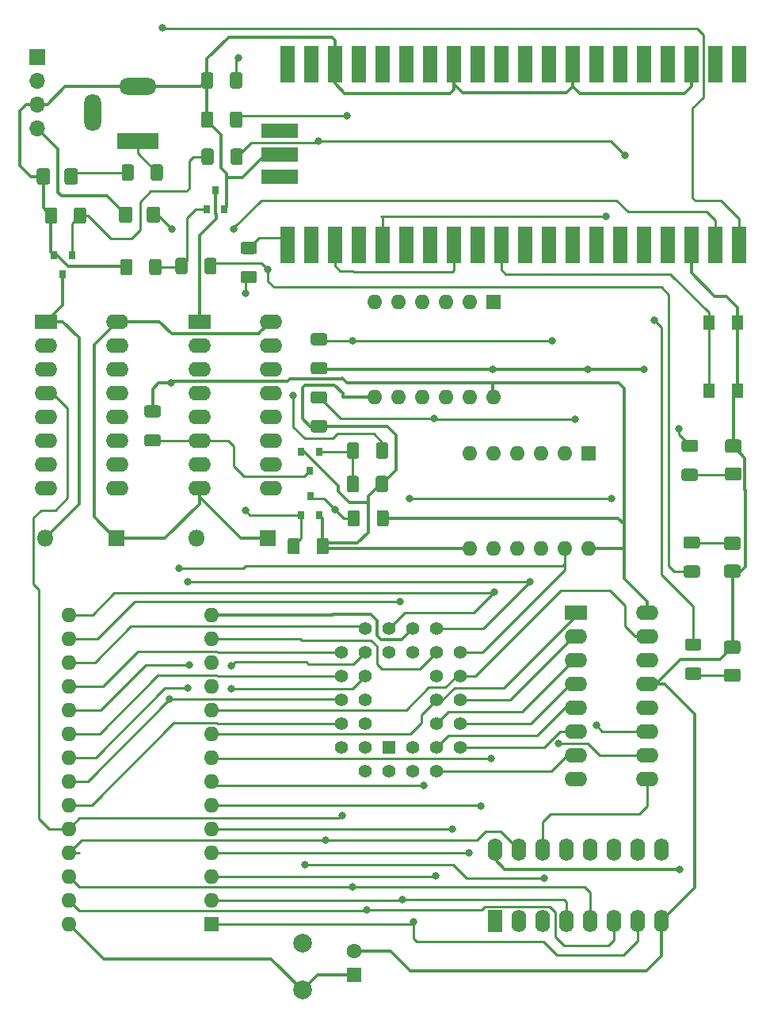
<source format=gbr>
%TF.GenerationSoftware,KiCad,Pcbnew,5.1.12-84ad8e8a86~92~ubuntu18.04.1*%
%TF.CreationDate,2023-06-26T22:09:47+02:00*%
%TF.ProjectId,PROGRAMMER-GLS27SF512,50524f47-5241-44d4-9d45-522d474c5332,1*%
%TF.SameCoordinates,Original*%
%TF.FileFunction,Copper,L1,Top*%
%TF.FilePolarity,Positive*%
%FSLAX46Y46*%
G04 Gerber Fmt 4.6, Leading zero omitted, Abs format (unit mm)*
G04 Created by KiCad (PCBNEW 5.1.12-84ad8e8a86~92~ubuntu18.04.1) date 2023-06-26 22:09:47*
%MOMM*%
%LPD*%
G01*
G04 APERTURE LIST*
%TA.AperFunction,ComponentPad*%
%ADD10O,1.600000X1.600000*%
%TD*%
%TA.AperFunction,ComponentPad*%
%ADD11R,1.600000X1.600000*%
%TD*%
%TA.AperFunction,SMDPad,CuDef*%
%ADD12R,0.800000X0.900000*%
%TD*%
%TA.AperFunction,ComponentPad*%
%ADD13C,2.000000*%
%TD*%
%TA.AperFunction,ComponentPad*%
%ADD14C,1.600000*%
%TD*%
%TA.AperFunction,ComponentPad*%
%ADD15C,1.422400*%
%TD*%
%TA.AperFunction,ComponentPad*%
%ADD16R,1.422400X1.422400*%
%TD*%
%TA.AperFunction,ComponentPad*%
%ADD17R,1.800000X1.800000*%
%TD*%
%TA.AperFunction,ComponentPad*%
%ADD18O,1.800000X1.800000*%
%TD*%
%TA.AperFunction,ComponentPad*%
%ADD19O,1.800000X4.000000*%
%TD*%
%TA.AperFunction,ComponentPad*%
%ADD20O,4.000000X1.800000*%
%TD*%
%TA.AperFunction,ComponentPad*%
%ADD21R,4.400000X1.800000*%
%TD*%
%TA.AperFunction,ComponentPad*%
%ADD22R,1.700000X1.700000*%
%TD*%
%TA.AperFunction,ComponentPad*%
%ADD23O,1.700000X1.700000*%
%TD*%
%TA.AperFunction,ComponentPad*%
%ADD24R,2.400000X1.600000*%
%TD*%
%TA.AperFunction,ComponentPad*%
%ADD25O,2.400000X1.600000*%
%TD*%
%TA.AperFunction,SMDPad,CuDef*%
%ADD26R,1.300000X1.550000*%
%TD*%
%TA.AperFunction,ComponentPad*%
%ADD27R,1.524000X3.990000*%
%TD*%
%TA.AperFunction,ComponentPad*%
%ADD28R,3.990000X1.524000*%
%TD*%
%TA.AperFunction,ComponentPad*%
%ADD29O,1.600000X2.400000*%
%TD*%
%TA.AperFunction,ComponentPad*%
%ADD30R,1.600000X2.400000*%
%TD*%
%TA.AperFunction,ViaPad*%
%ADD31C,0.800000*%
%TD*%
%TA.AperFunction,Conductor*%
%ADD32C,0.250000*%
%TD*%
%TA.AperFunction,Conductor*%
%ADD33C,0.350000*%
%TD*%
G04 APERTURE END LIST*
D10*
%TO.P,U108,10*%
%TO.N,/dd2*%
X120472200Y-111963200D03*
%TO.P,U108,9*%
%TO.N,/dd3*%
X117932200Y-111963200D03*
%TO.P,U108,8*%
%TO.N,/dd4*%
X115392200Y-111963200D03*
%TO.P,U108,7*%
%TO.N,GND*%
X112852200Y-111963200D03*
%TO.P,U108,6*%
X112852200Y-101803200D03*
%TO.P,U108,5*%
%TO.N,/d4*%
X115392200Y-101803200D03*
%TO.P,U108,4*%
%TO.N,/d3*%
X117932200Y-101803200D03*
%TO.P,U108,3*%
%TO.N,/d2*%
X120472200Y-101803200D03*
%TO.P,U108,12*%
%TO.N,+5V*%
X125552200Y-111963200D03*
%TO.P,U108,2*%
%TO.N,/d1*%
X123012200Y-101803200D03*
%TO.P,U108,11*%
%TO.N,/dd1*%
X123012200Y-111963200D03*
D11*
%TO.P,U108,1*%
%TO.N,+3V3*%
X125552200Y-101803200D03*
%TD*%
D10*
%TO.P,U104,10*%
%TO.N,/dd6*%
X110312200Y-95808800D03*
%TO.P,U104,9*%
%TO.N,/dd7*%
X107772200Y-95808800D03*
%TO.P,U104,8*%
%TO.N,/dd8*%
X105232200Y-95808800D03*
%TO.P,U104,7*%
%TO.N,GND*%
X102692200Y-95808800D03*
%TO.P,U104,6*%
X102692200Y-85648800D03*
%TO.P,U104,5*%
%TO.N,/d8*%
X105232200Y-85648800D03*
%TO.P,U104,4*%
%TO.N,/d7*%
X107772200Y-85648800D03*
%TO.P,U104,3*%
%TO.N,/d6*%
X110312200Y-85648800D03*
%TO.P,U104,12*%
%TO.N,+5V*%
X115392200Y-95808800D03*
%TO.P,U104,2*%
%TO.N,/d5*%
X112852200Y-85648800D03*
%TO.P,U104,11*%
%TO.N,/dd5*%
X112852200Y-95808800D03*
D11*
%TO.P,U104,1*%
%TO.N,+3V3*%
X115392200Y-85648800D03*
%TD*%
%TO.P,R118,2*%
%TO.N,_oe_rom*%
%TA.AperFunction,SMDPad,CuDef*%
G36*
G01*
X78343599Y-99756800D02*
X79593601Y-99756800D01*
G75*
G02*
X79843600Y-100006799I0J-249999D01*
G01*
X79843600Y-100806801D01*
G75*
G02*
X79593601Y-101056800I-249999J0D01*
G01*
X78343599Y-101056800D01*
G75*
G02*
X78093600Y-100806801I0J249999D01*
G01*
X78093600Y-100006799D01*
G75*
G02*
X78343599Y-99756800I249999J0D01*
G01*
G37*
%TD.AperFunction*%
%TO.P,R118,1*%
%TO.N,+5V*%
%TA.AperFunction,SMDPad,CuDef*%
G36*
G01*
X78343599Y-96656800D02*
X79593601Y-96656800D01*
G75*
G02*
X79843600Y-96906799I0J-249999D01*
G01*
X79843600Y-97706801D01*
G75*
G02*
X79593601Y-97956800I-249999J0D01*
G01*
X78343599Y-97956800D01*
G75*
G02*
X78093600Y-97706801I0J249999D01*
G01*
X78093600Y-96906799D01*
G75*
G02*
X78343599Y-96656800I249999J0D01*
G01*
G37*
%TD.AperFunction*%
%TD*%
%TO.P,R117,2*%
%TO.N,Net-(Q104-Pad1)*%
%TA.AperFunction,SMDPad,CuDef*%
G36*
G01*
X101029600Y-104454799D02*
X101029600Y-105704801D01*
G75*
G02*
X100779601Y-105954800I-249999J0D01*
G01*
X99979599Y-105954800D01*
G75*
G02*
X99729600Y-105704801I0J249999D01*
G01*
X99729600Y-104454799D01*
G75*
G02*
X99979599Y-104204800I249999J0D01*
G01*
X100779601Y-104204800D01*
G75*
G02*
X101029600Y-104454799I0J-249999D01*
G01*
G37*
%TD.AperFunction*%
%TO.P,R117,1*%
%TO.N,GND*%
%TA.AperFunction,SMDPad,CuDef*%
G36*
G01*
X104129600Y-104454799D02*
X104129600Y-105704801D01*
G75*
G02*
X103879601Y-105954800I-249999J0D01*
G01*
X103079599Y-105954800D01*
G75*
G02*
X102829600Y-105704801I0J249999D01*
G01*
X102829600Y-104454799D01*
G75*
G02*
X103079599Y-104204800I249999J0D01*
G01*
X103879601Y-104204800D01*
G75*
G02*
X104129600Y-104454799I0J-249999D01*
G01*
G37*
%TD.AperFunction*%
%TD*%
%TO.P,R116,2*%
%TO.N,_ce_rom*%
%TA.AperFunction,SMDPad,CuDef*%
G36*
G01*
X101131200Y-108112399D02*
X101131200Y-109362401D01*
G75*
G02*
X100881201Y-109612400I-249999J0D01*
G01*
X100081199Y-109612400D01*
G75*
G02*
X99831200Y-109362401I0J249999D01*
G01*
X99831200Y-108112399D01*
G75*
G02*
X100081199Y-107862400I249999J0D01*
G01*
X100881201Y-107862400D01*
G75*
G02*
X101131200Y-108112399I0J-249999D01*
G01*
G37*
%TD.AperFunction*%
%TO.P,R116,1*%
%TO.N,+5V*%
%TA.AperFunction,SMDPad,CuDef*%
G36*
G01*
X104231200Y-108112399D02*
X104231200Y-109362401D01*
G75*
G02*
X103981201Y-109612400I-249999J0D01*
G01*
X103181199Y-109612400D01*
G75*
G02*
X102931200Y-109362401I0J249999D01*
G01*
X102931200Y-108112399D01*
G75*
G02*
X103181199Y-107862400I249999J0D01*
G01*
X103981201Y-107862400D01*
G75*
G02*
X104231200Y-108112399I0J-249999D01*
G01*
G37*
%TD.AperFunction*%
%TD*%
%TO.P,R115,2*%
%TO.N,Net-(Q103-Pad1)*%
%TA.AperFunction,SMDPad,CuDef*%
G36*
G01*
X94705000Y-111084199D02*
X94705000Y-112334201D01*
G75*
G02*
X94455001Y-112584200I-249999J0D01*
G01*
X93654999Y-112584200D01*
G75*
G02*
X93405000Y-112334201I0J249999D01*
G01*
X93405000Y-111084199D01*
G75*
G02*
X93654999Y-110834200I249999J0D01*
G01*
X94455001Y-110834200D01*
G75*
G02*
X94705000Y-111084199I0J-249999D01*
G01*
G37*
%TD.AperFunction*%
%TO.P,R115,1*%
%TO.N,GND*%
%TA.AperFunction,SMDPad,CuDef*%
G36*
G01*
X97805000Y-111084199D02*
X97805000Y-112334201D01*
G75*
G02*
X97555001Y-112584200I-249999J0D01*
G01*
X96754999Y-112584200D01*
G75*
G02*
X96505000Y-112334201I0J249999D01*
G01*
X96505000Y-111084199D01*
G75*
G02*
X96754999Y-110834200I249999J0D01*
G01*
X97555001Y-110834200D01*
G75*
G02*
X97805000Y-111084199I0J-249999D01*
G01*
G37*
%TD.AperFunction*%
%TD*%
%TO.P,R114,2*%
%TO.N,Net-(R114-Pad2)*%
%TA.AperFunction,SMDPad,CuDef*%
G36*
G01*
X102855000Y-102123401D02*
X102855000Y-100873399D01*
G75*
G02*
X103104999Y-100623400I249999J0D01*
G01*
X103905001Y-100623400D01*
G75*
G02*
X104155000Y-100873399I0J-249999D01*
G01*
X104155000Y-102123401D01*
G75*
G02*
X103905001Y-102373400I-249999J0D01*
G01*
X103104999Y-102373400D01*
G75*
G02*
X102855000Y-102123401I0J249999D01*
G01*
G37*
%TD.AperFunction*%
%TO.P,R114,1*%
%TO.N,Net-(Q104-Pad1)*%
%TA.AperFunction,SMDPad,CuDef*%
G36*
G01*
X99755000Y-102123401D02*
X99755000Y-100873399D01*
G75*
G02*
X100004999Y-100623400I249999J0D01*
G01*
X100805001Y-100623400D01*
G75*
G02*
X101055000Y-100873399I0J-249999D01*
G01*
X101055000Y-102123401D01*
G75*
G02*
X100805001Y-102373400I-249999J0D01*
G01*
X100004999Y-102373400D01*
G75*
G02*
X99755000Y-102123401I0J249999D01*
G01*
G37*
%TD.AperFunction*%
%TD*%
%TO.P,R113,2*%
%TO.N,Net-(R113-Pad2)*%
%TA.AperFunction,SMDPad,CuDef*%
G36*
G01*
X89880601Y-80507600D02*
X88630599Y-80507600D01*
G75*
G02*
X88380600Y-80257601I0J249999D01*
G01*
X88380600Y-79457599D01*
G75*
G02*
X88630599Y-79207600I249999J0D01*
G01*
X89880601Y-79207600D01*
G75*
G02*
X90130600Y-79457599I0J-249999D01*
G01*
X90130600Y-80257601D01*
G75*
G02*
X89880601Y-80507600I-249999J0D01*
G01*
G37*
%TD.AperFunction*%
%TO.P,R113,1*%
%TO.N,Net-(Q103-Pad1)*%
%TA.AperFunction,SMDPad,CuDef*%
G36*
G01*
X89880601Y-83607600D02*
X88630599Y-83607600D01*
G75*
G02*
X88380600Y-83357601I0J249999D01*
G01*
X88380600Y-82557599D01*
G75*
G02*
X88630599Y-82307600I249999J0D01*
G01*
X89880601Y-82307600D01*
G75*
G02*
X90130600Y-82557599I0J-249999D01*
G01*
X90130600Y-83357601D01*
G75*
G02*
X89880601Y-83607600I-249999J0D01*
G01*
G37*
%TD.AperFunction*%
%TD*%
D12*
%TO.P,Q104,3*%
%TO.N,_oe_rom*%
X95798600Y-103650800D03*
%TO.P,Q104,2*%
%TO.N,GND*%
X94848600Y-101650800D03*
%TO.P,Q104,1*%
%TO.N,Net-(Q104-Pad1)*%
X96748600Y-101650800D03*
%TD*%
%TO.P,Q103,3*%
%TO.N,_ce_rom*%
X95834200Y-106365800D03*
%TO.P,Q103,2*%
%TO.N,GND*%
X96784200Y-108365800D03*
%TO.P,Q103,1*%
%TO.N,Net-(Q103-Pad1)*%
X94884200Y-108365800D03*
%TD*%
D13*
%TO.P,C102,2*%
%TO.N,+5V*%
X94970600Y-159152600D03*
%TO.P,C102,1*%
%TO.N,GND*%
X94970600Y-154152600D03*
%TD*%
D14*
%TO.P,C101,2*%
%TO.N,GND*%
X100507800Y-154980000D03*
D11*
%TO.P,C101,1*%
%TO.N,+5V*%
X100507800Y-157480000D03*
%TD*%
%TO.P,R112,2*%
%TO.N,+12V*%
%TA.AperFunction,SMDPad,CuDef*%
G36*
G01*
X78775800Y-72430801D02*
X78775800Y-71180799D01*
G75*
G02*
X79025799Y-70930800I249999J0D01*
G01*
X79825801Y-70930800D01*
G75*
G02*
X80075800Y-71180799I0J-249999D01*
G01*
X80075800Y-72430801D01*
G75*
G02*
X79825801Y-72680800I-249999J0D01*
G01*
X79025799Y-72680800D01*
G75*
G02*
X78775800Y-72430801I0J249999D01*
G01*
G37*
%TD.AperFunction*%
%TO.P,R112,1*%
%TO.N,Net-(D107-Pad2)*%
%TA.AperFunction,SMDPad,CuDef*%
G36*
G01*
X75675800Y-72430801D02*
X75675800Y-71180799D01*
G75*
G02*
X75925799Y-70930800I249999J0D01*
G01*
X76725801Y-70930800D01*
G75*
G02*
X76975800Y-71180799I0J-249999D01*
G01*
X76975800Y-72430801D01*
G75*
G02*
X76725801Y-72680800I-249999J0D01*
G01*
X75925799Y-72680800D01*
G75*
G02*
X75675800Y-72430801I0J249999D01*
G01*
G37*
%TD.AperFunction*%
%TD*%
%TO.P,D107,2*%
%TO.N,Net-(D107-Pad2)*%
%TA.AperFunction,SMDPad,CuDef*%
G36*
G01*
X69569300Y-72837200D02*
X69569300Y-71587200D01*
G75*
G02*
X69819300Y-71337200I250000J0D01*
G01*
X70744300Y-71337200D01*
G75*
G02*
X70994300Y-71587200I0J-250000D01*
G01*
X70994300Y-72837200D01*
G75*
G02*
X70744300Y-73087200I-250000J0D01*
G01*
X69819300Y-73087200D01*
G75*
G02*
X69569300Y-72837200I0J250000D01*
G01*
G37*
%TD.AperFunction*%
%TO.P,D107,1*%
%TO.N,GND*%
%TA.AperFunction,SMDPad,CuDef*%
G36*
G01*
X66594300Y-72837200D02*
X66594300Y-71587200D01*
G75*
G02*
X66844300Y-71337200I250000J0D01*
G01*
X67769300Y-71337200D01*
G75*
G02*
X68019300Y-71587200I0J-250000D01*
G01*
X68019300Y-72837200D01*
G75*
G02*
X67769300Y-73087200I-250000J0D01*
G01*
X66844300Y-73087200D01*
G75*
G02*
X66594300Y-72837200I0J250000D01*
G01*
G37*
%TD.AperFunction*%
%TD*%
%TO.P,R109,1*%
%TO.N,Net-(Q102-Pad1)*%
%TA.AperFunction,SMDPad,CuDef*%
G36*
G01*
X79923400Y-81264599D02*
X79923400Y-82514601D01*
G75*
G02*
X79673401Y-82764600I-249999J0D01*
G01*
X78873399Y-82764600D01*
G75*
G02*
X78623400Y-82514601I0J249999D01*
G01*
X78623400Y-81264599D01*
G75*
G02*
X78873399Y-81014600I249999J0D01*
G01*
X79673401Y-81014600D01*
G75*
G02*
X79923400Y-81264599I0J-249999D01*
G01*
G37*
%TD.AperFunction*%
%TO.P,R109,2*%
%TO.N,GND*%
%TA.AperFunction,SMDPad,CuDef*%
G36*
G01*
X76823400Y-81264599D02*
X76823400Y-82514601D01*
G75*
G02*
X76573401Y-82764600I-249999J0D01*
G01*
X75773399Y-82764600D01*
G75*
G02*
X75523400Y-82514601I0J249999D01*
G01*
X75523400Y-81264599D01*
G75*
G02*
X75773399Y-81014600I249999J0D01*
G01*
X76573401Y-81014600D01*
G75*
G02*
X76823400Y-81264599I0J-249999D01*
G01*
G37*
%TD.AperFunction*%
%TD*%
D15*
%TO.P,U105,29*%
%TO.N,/a8*%
X99161600Y-133197600D03*
%TO.P,U105,27*%
%TO.N,/a11*%
X99161600Y-130657600D03*
%TO.P,U105,25*%
%TO.N,/_oe_vpp*%
X99161600Y-128117600D03*
%TO.P,U105,23*%
%TO.N,_ce_rom*%
X99161600Y-125577600D03*
%TO.P,U105,28*%
%TO.N,/a9_vpp*%
X101701600Y-130657600D03*
%TO.P,U105,26*%
%TO.N,Net-(U105-Pad26)*%
X101701600Y-128117600D03*
%TO.P,U105,24*%
%TO.N,/a10*%
X101701600Y-125577600D03*
%TO.P,U105,22*%
%TO.N,/dd8*%
X101701600Y-123037600D03*
%TO.P,U105,20*%
%TO.N,/dd6*%
X101701600Y-120497600D03*
%TO.P,U105,18*%
%TO.N,/dd4*%
X104241600Y-120497600D03*
%TO.P,U105,16*%
%TO.N,GND*%
X106781600Y-120497600D03*
%TO.P,U105,14*%
%TO.N,/dd2*%
X109321600Y-120497600D03*
%TO.P,U105,21*%
%TO.N,/dd7*%
X99161600Y-123037600D03*
%TO.P,U105,19*%
%TO.N,/dd5*%
X104241600Y-123037600D03*
%TO.P,U105,17*%
%TO.N,Net-(U105-Pad17)*%
X106781600Y-123037600D03*
%TO.P,U105,15*%
%TO.N,/dd3*%
X109321600Y-123037600D03*
%TO.P,U105,13*%
%TO.N,/dd1*%
X111861600Y-123037600D03*
%TO.P,U105,11*%
%TO.N,/a0*%
X111861600Y-125577600D03*
%TO.P,U105,9*%
%TO.N,/a2*%
X111861600Y-128117600D03*
%TO.P,U105,7*%
%TO.N,/a4*%
X111861600Y-130657600D03*
%TO.P,U105,5*%
%TO.N,/a6*%
X111861600Y-133197600D03*
%TO.P,U105,12*%
%TO.N,Net-(U105-Pad12)*%
X109321600Y-125577600D03*
%TO.P,U105,10*%
%TO.N,/a1*%
X109321600Y-128117600D03*
%TO.P,U105,8*%
%TO.N,/a3*%
X109321600Y-130657600D03*
%TO.P,U105,6*%
%TO.N,/a5*%
X109321600Y-133197600D03*
%TO.P,U105,30*%
%TO.N,/a13*%
X101701600Y-135737600D03*
%TO.P,U105,32*%
%TO.N,+5V*%
X104241600Y-135737600D03*
%TO.P,U105,4*%
%TO.N,/a7*%
X109321600Y-135737600D03*
%TO.P,U105,2*%
%TO.N,/a15*%
X106781600Y-135737600D03*
%TO.P,U105,31*%
%TO.N,/a14*%
X101701600Y-133197600D03*
%TO.P,U105,3*%
%TO.N,/a12*%
X106781600Y-133197600D03*
D16*
%TO.P,U105,1*%
%TO.N,Net-(U105-Pad1)*%
X104241600Y-133197600D03*
%TD*%
%TO.P,D101,1*%
%TO.N,GND*%
%TA.AperFunction,SMDPad,CuDef*%
G36*
G01*
X141569600Y-115103000D02*
X140319600Y-115103000D01*
G75*
G02*
X140069600Y-114853000I0J250000D01*
G01*
X140069600Y-113928000D01*
G75*
G02*
X140319600Y-113678000I250000J0D01*
G01*
X141569600Y-113678000D01*
G75*
G02*
X141819600Y-113928000I0J-250000D01*
G01*
X141819600Y-114853000D01*
G75*
G02*
X141569600Y-115103000I-250000J0D01*
G01*
G37*
%TD.AperFunction*%
%TO.P,D101,2*%
%TO.N,Net-(D101-Pad2)*%
%TA.AperFunction,SMDPad,CuDef*%
G36*
G01*
X141569600Y-112128000D02*
X140319600Y-112128000D01*
G75*
G02*
X140069600Y-111878000I0J250000D01*
G01*
X140069600Y-110953000D01*
G75*
G02*
X140319600Y-110703000I250000J0D01*
G01*
X141569600Y-110703000D01*
G75*
G02*
X141819600Y-110953000I0J-250000D01*
G01*
X141819600Y-111878000D01*
G75*
G02*
X141569600Y-112128000I-250000J0D01*
G01*
G37*
%TD.AperFunction*%
%TD*%
%TO.P,D102,2*%
%TO.N,Net-(D102-Pad2)*%
%TA.AperFunction,SMDPad,CuDef*%
G36*
G01*
X140294200Y-124792100D02*
X141544200Y-124792100D01*
G75*
G02*
X141794200Y-125042100I0J-250000D01*
G01*
X141794200Y-125967100D01*
G75*
G02*
X141544200Y-126217100I-250000J0D01*
G01*
X140294200Y-126217100D01*
G75*
G02*
X140044200Y-125967100I0J250000D01*
G01*
X140044200Y-125042100D01*
G75*
G02*
X140294200Y-124792100I250000J0D01*
G01*
G37*
%TD.AperFunction*%
%TO.P,D102,1*%
%TO.N,GND*%
%TA.AperFunction,SMDPad,CuDef*%
G36*
G01*
X140294200Y-121817100D02*
X141544200Y-121817100D01*
G75*
G02*
X141794200Y-122067100I0J-250000D01*
G01*
X141794200Y-122992100D01*
G75*
G02*
X141544200Y-123242100I-250000J0D01*
G01*
X140294200Y-123242100D01*
G75*
G02*
X140044200Y-122992100I0J250000D01*
G01*
X140044200Y-122067100D01*
G75*
G02*
X140294200Y-121817100I250000J0D01*
G01*
G37*
%TD.AperFunction*%
%TD*%
%TO.P,D103,1*%
%TO.N,GND*%
%TA.AperFunction,SMDPad,CuDef*%
G36*
G01*
X140421200Y-100314400D02*
X141671200Y-100314400D01*
G75*
G02*
X141921200Y-100564400I0J-250000D01*
G01*
X141921200Y-101489400D01*
G75*
G02*
X141671200Y-101739400I-250000J0D01*
G01*
X140421200Y-101739400D01*
G75*
G02*
X140171200Y-101489400I0J250000D01*
G01*
X140171200Y-100564400D01*
G75*
G02*
X140421200Y-100314400I250000J0D01*
G01*
G37*
%TD.AperFunction*%
%TO.P,D103,2*%
%TO.N,Net-(D103-Pad2)*%
%TA.AperFunction,SMDPad,CuDef*%
G36*
G01*
X140421200Y-103289400D02*
X141671200Y-103289400D01*
G75*
G02*
X141921200Y-103539400I0J-250000D01*
G01*
X141921200Y-104464400D01*
G75*
G02*
X141671200Y-104714400I-250000J0D01*
G01*
X140421200Y-104714400D01*
G75*
G02*
X140171200Y-104464400I0J250000D01*
G01*
X140171200Y-103539400D01*
G75*
G02*
X140421200Y-103289400I250000J0D01*
G01*
G37*
%TD.AperFunction*%
%TD*%
%TO.P,D104,1*%
%TO.N,Net-(D104-Pad1)*%
%TA.AperFunction,SMDPad,CuDef*%
G36*
G01*
X79782700Y-75676600D02*
X79782700Y-76926600D01*
G75*
G02*
X79532700Y-77176600I-250000J0D01*
G01*
X78607700Y-77176600D01*
G75*
G02*
X78357700Y-76926600I0J250000D01*
G01*
X78357700Y-75676600D01*
G75*
G02*
X78607700Y-75426600I250000J0D01*
G01*
X79532700Y-75426600D01*
G75*
G02*
X79782700Y-75676600I0J-250000D01*
G01*
G37*
%TD.AperFunction*%
%TO.P,D104,2*%
%TO.N,+5F*%
%TA.AperFunction,SMDPad,CuDef*%
G36*
G01*
X76807700Y-75676600D02*
X76807700Y-76926600D01*
G75*
G02*
X76557700Y-77176600I-250000J0D01*
G01*
X75632700Y-77176600D01*
G75*
G02*
X75382700Y-76926600I0J250000D01*
G01*
X75382700Y-75676600D01*
G75*
G02*
X75632700Y-75426600I250000J0D01*
G01*
X76557700Y-75426600D01*
G75*
G02*
X76807700Y-75676600I0J-250000D01*
G01*
G37*
%TD.AperFunction*%
%TD*%
D17*
%TO.P,D105,1*%
%TO.N,+12V*%
X75082400Y-110845600D03*
D18*
%TO.P,D105,2*%
%TO.N,Net-(D105-Pad2)*%
X67462400Y-110845600D03*
%TD*%
%TO.P,D106,2*%
%TO.N,Net-(D106-Pad2)*%
X83642200Y-110871000D03*
D17*
%TO.P,D106,1*%
%TO.N,+12V*%
X91262200Y-110871000D03*
%TD*%
D19*
%TO.P,J101,3*%
%TO.N,N/C*%
X72568400Y-65427600D03*
D20*
%TO.P,J101,2*%
%TO.N,GND*%
X77368400Y-62627600D03*
D21*
%TO.P,J101,1*%
%TO.N,+12V*%
X77368400Y-68427600D03*
%TD*%
D22*
%TO.P,J102,1*%
%TO.N,Net-(J102-Pad1)*%
X66624200Y-59461400D03*
D23*
%TO.P,J102,2*%
%TO.N,+12V*%
X66624200Y-62001400D03*
%TO.P,J102,3*%
%TO.N,GND*%
X66624200Y-64541400D03*
%TO.P,J102,4*%
%TO.N,+5F*%
X66624200Y-67081400D03*
%TD*%
D24*
%TO.P,K101,1*%
%TO.N,Net-(D105-Pad2)*%
X67614800Y-87706200D03*
D25*
%TO.P,K101,9*%
%TO.N,Net-(K101-Pad9)*%
X75234800Y-105486200D03*
%TO.P,K101,2*%
%TO.N,N/C*%
X67614800Y-90246200D03*
%TO.P,K101,10*%
X75234800Y-102946200D03*
%TO.P,K101,3*%
X67614800Y-92786200D03*
%TO.P,K101,11*%
%TO.N,Net-(K101-Pad11)*%
X75234800Y-100406200D03*
%TO.P,K101,4*%
%TO.N,/a9_vpp*%
X67614800Y-95326200D03*
%TO.P,K101,12*%
%TO.N,N/C*%
X75234800Y-97866200D03*
%TO.P,K101,5*%
X67614800Y-97866200D03*
%TO.P,K101,13*%
%TO.N,Net-(K101-Pad13)*%
X75234800Y-95326200D03*
%TO.P,K101,6*%
%TO.N,/a9*%
X67614800Y-100406200D03*
%TO.P,K101,14*%
%TO.N,N/C*%
X75234800Y-92786200D03*
%TO.P,K101,7*%
X67614800Y-102946200D03*
%TO.P,K101,15*%
X75234800Y-90246200D03*
%TO.P,K101,8*%
%TO.N,+12V*%
X67614800Y-105486200D03*
%TO.P,K101,16*%
X75234800Y-87706200D03*
%TD*%
%TO.P,K102,16*%
%TO.N,+12V*%
X91592400Y-87757000D03*
%TO.P,K102,8*%
X83972400Y-105537000D03*
%TO.P,K102,15*%
%TO.N,N/C*%
X91592400Y-90297000D03*
%TO.P,K102,7*%
X83972400Y-102997000D03*
%TO.P,K102,14*%
X91592400Y-92837000D03*
%TO.P,K102,6*%
%TO.N,_oe_rom*%
X83972400Y-100457000D03*
%TO.P,K102,13*%
%TO.N,Net-(K102-Pad13)*%
X91592400Y-95377000D03*
%TO.P,K102,5*%
%TO.N,N/C*%
X83972400Y-97917000D03*
%TO.P,K102,12*%
X91592400Y-97917000D03*
%TO.P,K102,4*%
%TO.N,/_oe_vpp*%
X83972400Y-95377000D03*
%TO.P,K102,11*%
%TO.N,Net-(K102-Pad11)*%
X91592400Y-100457000D03*
%TO.P,K102,3*%
%TO.N,N/C*%
X83972400Y-92837000D03*
%TO.P,K102,10*%
X91592400Y-102997000D03*
%TO.P,K102,2*%
X83972400Y-90297000D03*
%TO.P,K102,9*%
%TO.N,Net-(K102-Pad9)*%
X91592400Y-105537000D03*
D24*
%TO.P,K102,1*%
%TO.N,Net-(D106-Pad2)*%
X83972400Y-87757000D03*
%TD*%
D12*
%TO.P,Q101,1*%
%TO.N,Net-(Q101-Pad1)*%
X70342800Y-80651600D03*
%TO.P,Q101,2*%
%TO.N,GND*%
X68442800Y-80651600D03*
%TO.P,Q101,3*%
%TO.N,Net-(D105-Pad2)*%
X69392800Y-82651600D03*
%TD*%
%TO.P,Q102,3*%
%TO.N,Net-(D106-Pad2)*%
X85714800Y-73717400D03*
%TO.P,Q102,2*%
%TO.N,GND*%
X86664800Y-75717400D03*
%TO.P,Q102,1*%
%TO.N,Net-(Q102-Pad1)*%
X84764800Y-75717400D03*
%TD*%
%TO.P,R101,1*%
%TO.N,/prog_oe*%
%TA.AperFunction,SMDPad,CuDef*%
G36*
G01*
X137226201Y-115077000D02*
X135976199Y-115077000D01*
G75*
G02*
X135726200Y-114827001I0J249999D01*
G01*
X135726200Y-114026999D01*
G75*
G02*
X135976199Y-113777000I249999J0D01*
G01*
X137226201Y-113777000D01*
G75*
G02*
X137476200Y-114026999I0J-249999D01*
G01*
X137476200Y-114827001D01*
G75*
G02*
X137226201Y-115077000I-249999J0D01*
G01*
G37*
%TD.AperFunction*%
%TO.P,R101,2*%
%TO.N,Net-(D101-Pad2)*%
%TA.AperFunction,SMDPad,CuDef*%
G36*
G01*
X137226201Y-111977000D02*
X135976199Y-111977000D01*
G75*
G02*
X135726200Y-111727001I0J249999D01*
G01*
X135726200Y-110926999D01*
G75*
G02*
X135976199Y-110677000I249999J0D01*
G01*
X137226201Y-110677000D01*
G75*
G02*
X137476200Y-110926999I0J-249999D01*
G01*
X137476200Y-111727001D01*
G75*
G02*
X137226201Y-111977000I-249999J0D01*
G01*
G37*
%TD.AperFunction*%
%TD*%
%TO.P,R102,2*%
%TO.N,Net-(D102-Pad2)*%
%TA.AperFunction,SMDPad,CuDef*%
G36*
G01*
X136128599Y-124674800D02*
X137378601Y-124674800D01*
G75*
G02*
X137628600Y-124924799I0J-249999D01*
G01*
X137628600Y-125724801D01*
G75*
G02*
X137378601Y-125974800I-249999J0D01*
G01*
X136128599Y-125974800D01*
G75*
G02*
X135878600Y-125724801I0J249999D01*
G01*
X135878600Y-124924799D01*
G75*
G02*
X136128599Y-124674800I249999J0D01*
G01*
G37*
%TD.AperFunction*%
%TO.P,R102,1*%
%TO.N,/prog_a9*%
%TA.AperFunction,SMDPad,CuDef*%
G36*
G01*
X136128599Y-121574800D02*
X137378601Y-121574800D01*
G75*
G02*
X137628600Y-121824799I0J-249999D01*
G01*
X137628600Y-122624801D01*
G75*
G02*
X137378601Y-122874800I-249999J0D01*
G01*
X136128599Y-122874800D01*
G75*
G02*
X135878600Y-122624801I0J249999D01*
G01*
X135878600Y-121824799D01*
G75*
G02*
X136128599Y-121574800I249999J0D01*
G01*
G37*
%TD.AperFunction*%
%TD*%
%TO.P,R103,1*%
%TO.N,Net-(R103-Pad1)*%
%TA.AperFunction,SMDPad,CuDef*%
G36*
G01*
X135772999Y-100339800D02*
X137023001Y-100339800D01*
G75*
G02*
X137273000Y-100589799I0J-249999D01*
G01*
X137273000Y-101389801D01*
G75*
G02*
X137023001Y-101639800I-249999J0D01*
G01*
X135772999Y-101639800D01*
G75*
G02*
X135523000Y-101389801I0J249999D01*
G01*
X135523000Y-100589799D01*
G75*
G02*
X135772999Y-100339800I249999J0D01*
G01*
G37*
%TD.AperFunction*%
%TO.P,R103,2*%
%TO.N,Net-(D103-Pad2)*%
%TA.AperFunction,SMDPad,CuDef*%
G36*
G01*
X135772999Y-103439800D02*
X137023001Y-103439800D01*
G75*
G02*
X137273000Y-103689799I0J-249999D01*
G01*
X137273000Y-104489801D01*
G75*
G02*
X137023001Y-104739800I-249999J0D01*
G01*
X135772999Y-104739800D01*
G75*
G02*
X135523000Y-104489801I0J249999D01*
G01*
X135523000Y-103689799D01*
G75*
G02*
X135772999Y-103439800I249999J0D01*
G01*
G37*
%TD.AperFunction*%
%TD*%
%TO.P,R104,1*%
%TO.N,/prog_a9*%
%TA.AperFunction,SMDPad,CuDef*%
G36*
G01*
X88610200Y-69478999D02*
X88610200Y-70729001D01*
G75*
G02*
X88360201Y-70979000I-249999J0D01*
G01*
X87560199Y-70979000D01*
G75*
G02*
X87310200Y-70729001I0J249999D01*
G01*
X87310200Y-69478999D01*
G75*
G02*
X87560199Y-69229000I249999J0D01*
G01*
X88360201Y-69229000D01*
G75*
G02*
X88610200Y-69478999I0J-249999D01*
G01*
G37*
%TD.AperFunction*%
%TO.P,R104,2*%
%TO.N,Net-(Q101-Pad1)*%
%TA.AperFunction,SMDPad,CuDef*%
G36*
G01*
X85510200Y-69478999D02*
X85510200Y-70729001D01*
G75*
G02*
X85260201Y-70979000I-249999J0D01*
G01*
X84460199Y-70979000D01*
G75*
G02*
X84210200Y-70729001I0J249999D01*
G01*
X84210200Y-69478999D01*
G75*
G02*
X84460199Y-69229000I249999J0D01*
G01*
X85260201Y-69229000D01*
G75*
G02*
X85510200Y-69478999I0J-249999D01*
G01*
G37*
%TD.AperFunction*%
%TD*%
%TO.P,R105,2*%
%TO.N,GND*%
%TA.AperFunction,SMDPad,CuDef*%
G36*
G01*
X68771600Y-75778199D02*
X68771600Y-77028201D01*
G75*
G02*
X68521601Y-77278200I-249999J0D01*
G01*
X67721599Y-77278200D01*
G75*
G02*
X67471600Y-77028201I0J249999D01*
G01*
X67471600Y-75778199D01*
G75*
G02*
X67721599Y-75528200I249999J0D01*
G01*
X68521601Y-75528200D01*
G75*
G02*
X68771600Y-75778199I0J-249999D01*
G01*
G37*
%TD.AperFunction*%
%TO.P,R105,1*%
%TO.N,Net-(Q101-Pad1)*%
%TA.AperFunction,SMDPad,CuDef*%
G36*
G01*
X71871600Y-75778199D02*
X71871600Y-77028201D01*
G75*
G02*
X71621601Y-77278200I-249999J0D01*
G01*
X70821599Y-77278200D01*
G75*
G02*
X70571600Y-77028201I0J249999D01*
G01*
X70571600Y-75778199D01*
G75*
G02*
X70821599Y-75528200I249999J0D01*
G01*
X71621601Y-75528200D01*
G75*
G02*
X71871600Y-75778199I0J-249999D01*
G01*
G37*
%TD.AperFunction*%
%TD*%
%TO.P,R106,2*%
%TO.N,GND*%
%TA.AperFunction,SMDPad,CuDef*%
G36*
G01*
X85459400Y-61325599D02*
X85459400Y-62575601D01*
G75*
G02*
X85209401Y-62825600I-249999J0D01*
G01*
X84409399Y-62825600D01*
G75*
G02*
X84159400Y-62575601I0J249999D01*
G01*
X84159400Y-61325599D01*
G75*
G02*
X84409399Y-61075600I249999J0D01*
G01*
X85209401Y-61075600D01*
G75*
G02*
X85459400Y-61325599I0J-249999D01*
G01*
G37*
%TD.AperFunction*%
%TO.P,R106,1*%
%TO.N,Net-(R106-Pad1)*%
%TA.AperFunction,SMDPad,CuDef*%
G36*
G01*
X88559400Y-61325599D02*
X88559400Y-62575601D01*
G75*
G02*
X88309401Y-62825600I-249999J0D01*
G01*
X87509399Y-62825600D01*
G75*
G02*
X87259400Y-62575601I0J249999D01*
G01*
X87259400Y-61325599D01*
G75*
G02*
X87509399Y-61075600I249999J0D01*
G01*
X88309401Y-61075600D01*
G75*
G02*
X88559400Y-61325599I0J-249999D01*
G01*
G37*
%TD.AperFunction*%
%TD*%
%TO.P,R107,2*%
%TO.N,Net-(Q102-Pad1)*%
%TA.AperFunction,SMDPad,CuDef*%
G36*
G01*
X82717400Y-81162999D02*
X82717400Y-82413001D01*
G75*
G02*
X82467401Y-82663000I-249999J0D01*
G01*
X81667399Y-82663000D01*
G75*
G02*
X81417400Y-82413001I0J249999D01*
G01*
X81417400Y-81162999D01*
G75*
G02*
X81667399Y-80913000I249999J0D01*
G01*
X82467401Y-80913000D01*
G75*
G02*
X82717400Y-81162999I0J-249999D01*
G01*
G37*
%TD.AperFunction*%
%TO.P,R107,1*%
%TO.N,/prog_oe*%
%TA.AperFunction,SMDPad,CuDef*%
G36*
G01*
X85817400Y-81162999D02*
X85817400Y-82413001D01*
G75*
G02*
X85567401Y-82663000I-249999J0D01*
G01*
X84767399Y-82663000D01*
G75*
G02*
X84517400Y-82413001I0J249999D01*
G01*
X84517400Y-81162999D01*
G75*
G02*
X84767399Y-80913000I249999J0D01*
G01*
X85567401Y-80913000D01*
G75*
G02*
X85817400Y-81162999I0J-249999D01*
G01*
G37*
%TD.AperFunction*%
%TD*%
%TO.P,R108,1*%
%TO.N,Net-(R108-Pad1)*%
%TA.AperFunction,SMDPad,CuDef*%
G36*
G01*
X96123599Y-95157600D02*
X97373601Y-95157600D01*
G75*
G02*
X97623600Y-95407599I0J-249999D01*
G01*
X97623600Y-96207601D01*
G75*
G02*
X97373601Y-96457600I-249999J0D01*
G01*
X96123599Y-96457600D01*
G75*
G02*
X95873600Y-96207601I0J249999D01*
G01*
X95873600Y-95407599D01*
G75*
G02*
X96123599Y-95157600I249999J0D01*
G01*
G37*
%TD.AperFunction*%
%TO.P,R108,2*%
%TO.N,GND*%
%TA.AperFunction,SMDPad,CuDef*%
G36*
G01*
X96123599Y-98257600D02*
X97373601Y-98257600D01*
G75*
G02*
X97623600Y-98507599I0J-249999D01*
G01*
X97623600Y-99307601D01*
G75*
G02*
X97373601Y-99557600I-249999J0D01*
G01*
X96123599Y-99557600D01*
G75*
G02*
X95873600Y-99307601I0J249999D01*
G01*
X95873600Y-98507599D01*
G75*
G02*
X96123599Y-98257600I249999J0D01*
G01*
G37*
%TD.AperFunction*%
%TD*%
%TO.P,R110,2*%
%TO.N,Net-(R110-Pad2)*%
%TA.AperFunction,SMDPad,CuDef*%
G36*
G01*
X97399001Y-90260600D02*
X96148999Y-90260600D01*
G75*
G02*
X95899000Y-90010601I0J249999D01*
G01*
X95899000Y-89210599D01*
G75*
G02*
X96148999Y-88960600I249999J0D01*
G01*
X97399001Y-88960600D01*
G75*
G02*
X97649000Y-89210599I0J-249999D01*
G01*
X97649000Y-90010601D01*
G75*
G02*
X97399001Y-90260600I-249999J0D01*
G01*
G37*
%TD.AperFunction*%
%TO.P,R110,1*%
%TO.N,+3V3*%
%TA.AperFunction,SMDPad,CuDef*%
G36*
G01*
X97399001Y-93360600D02*
X96148999Y-93360600D01*
G75*
G02*
X95899000Y-93110601I0J249999D01*
G01*
X95899000Y-92310599D01*
G75*
G02*
X96148999Y-92060600I249999J0D01*
G01*
X97399001Y-92060600D01*
G75*
G02*
X97649000Y-92310599I0J-249999D01*
G01*
X97649000Y-93110601D01*
G75*
G02*
X97399001Y-93360600I-249999J0D01*
G01*
G37*
%TD.AperFunction*%
%TD*%
%TO.P,R111,1*%
%TO.N,Net-(R111-Pad1)*%
%TA.AperFunction,SMDPad,CuDef*%
G36*
G01*
X88559400Y-65516599D02*
X88559400Y-66766601D01*
G75*
G02*
X88309401Y-67016600I-249999J0D01*
G01*
X87509399Y-67016600D01*
G75*
G02*
X87259400Y-66766601I0J249999D01*
G01*
X87259400Y-65516599D01*
G75*
G02*
X87509399Y-65266600I249999J0D01*
G01*
X88309401Y-65266600D01*
G75*
G02*
X88559400Y-65516599I0J-249999D01*
G01*
G37*
%TD.AperFunction*%
%TO.P,R111,2*%
%TO.N,GND*%
%TA.AperFunction,SMDPad,CuDef*%
G36*
G01*
X85459400Y-65516599D02*
X85459400Y-66766601D01*
G75*
G02*
X85209401Y-67016600I-249999J0D01*
G01*
X84409399Y-67016600D01*
G75*
G02*
X84159400Y-66766601I0J249999D01*
G01*
X84159400Y-65516599D01*
G75*
G02*
X84409399Y-65266600I249999J0D01*
G01*
X85209401Y-65266600D01*
G75*
G02*
X85459400Y-65516599I0J-249999D01*
G01*
G37*
%TD.AperFunction*%
%TD*%
D26*
%TO.P,SW101,2*%
%TO.N,GND*%
X141504600Y-95071000D03*
%TO.P,SW101,1*%
%TO.N,Net-(SW101-Pad1)*%
X138404600Y-95071000D03*
X138404600Y-87846000D03*
%TO.P,SW101,2*%
%TO.N,GND*%
X141504600Y-87796000D03*
%TD*%
D27*
%TO.P,U101,1*%
%TO.N,Net-(U101-Pad1)*%
X141630400Y-60195400D03*
%TO.P,U101,2*%
%TO.N,Net-(U101-Pad2)*%
X139090400Y-60195400D03*
%TO.P,U101,3*%
%TO.N,GND*%
X136550400Y-60195400D03*
%TO.P,U101,4*%
%TO.N,Net-(R103-Pad1)*%
X134010400Y-60195400D03*
%TO.P,U101,5*%
%TO.N,Net-(U101-Pad5)*%
X131470400Y-60195400D03*
%TO.P,U101,6*%
%TO.N,Net-(U101-Pad6)*%
X128930400Y-60195400D03*
%TO.P,U101,7*%
%TO.N,Net-(U101-Pad7)*%
X126390400Y-60195400D03*
%TO.P,U101,8*%
%TO.N,GND*%
X123850400Y-60195400D03*
%TO.P,U101,9*%
%TO.N,/d1*%
X121310400Y-60195400D03*
%TO.P,U101,10*%
%TO.N,/d2*%
X118770400Y-60195400D03*
%TO.P,U101,11*%
%TO.N,/d3*%
X116230400Y-60195400D03*
%TO.P,U101,12*%
%TO.N,/d4*%
X113690400Y-60195400D03*
%TO.P,U101,13*%
%TO.N,GND*%
X111150400Y-60195400D03*
%TO.P,U101,14*%
%TO.N,/d5*%
X108610400Y-60195400D03*
%TO.P,U101,15*%
%TO.N,/d6*%
X106070400Y-60195400D03*
%TO.P,U101,16*%
%TO.N,/d7*%
X103530400Y-60195400D03*
%TO.P,U101,17*%
%TO.N,/d8*%
X100990400Y-60195400D03*
%TO.P,U101,18*%
%TO.N,GND*%
X98450400Y-60195400D03*
%TO.P,U101,19*%
%TO.N,/prog_a9*%
X95910400Y-60195400D03*
%TO.P,U101,20*%
%TO.N,/prog_oe*%
X93370400Y-60195400D03*
%TO.P,U101,21*%
%TO.N,Net-(R113-Pad2)*%
X93370400Y-79555400D03*
%TO.P,U101,22*%
%TO.N,Net-(R114-Pad2)*%
X95910400Y-79555400D03*
%TO.P,U101,23*%
%TO.N,GND*%
X98450400Y-79555400D03*
%TO.P,U101,24*%
%TO.N,Net-(R110-Pad2)*%
X100990400Y-79555400D03*
%TO.P,U101,25*%
%TO.N,Net-(R111-Pad1)*%
X103530400Y-79555400D03*
%TO.P,U101,26*%
%TO.N,Net-(R106-Pad1)*%
X106070400Y-79555400D03*
%TO.P,U101,27*%
%TO.N,Net-(R108-Pad1)*%
X108610400Y-79555400D03*
%TO.P,U101,28*%
%TO.N,GND*%
X111150400Y-79555400D03*
%TO.P,U101,29*%
%TO.N,Net-(U101-Pad29)*%
X113690400Y-79555400D03*
%TO.P,U101,30*%
%TO.N,Net-(SW101-Pad1)*%
X116230400Y-79555400D03*
%TO.P,U101,31*%
%TO.N,Net-(U101-Pad31)*%
X118770400Y-79555400D03*
%TO.P,U101,32*%
%TO.N,Net-(U101-Pad32)*%
X121310400Y-79555400D03*
%TO.P,U101,33*%
%TO.N,Net-(U101-Pad33)*%
X123850400Y-79555400D03*
%TO.P,U101,34*%
%TO.N,Net-(U101-Pad34)*%
X126390400Y-79555400D03*
%TO.P,U101,35*%
%TO.N,Net-(U101-Pad35)*%
X128930400Y-79555400D03*
%TO.P,U101,36*%
%TO.N,+3V3*%
X131470400Y-79555400D03*
%TO.P,U101,37*%
%TO.N,Net-(U101-Pad37)*%
X134010400Y-79555400D03*
%TO.P,U101,38*%
%TO.N,GND*%
X136550400Y-79555400D03*
%TO.P,U101,39*%
%TO.N,Net-(D104-Pad1)*%
X139090400Y-79555400D03*
%TO.P,U101,40*%
%TO.N,/VUSB*%
X141630400Y-79555400D03*
D28*
%TO.P,U101,41*%
%TO.N,Net-(U101-Pad41)*%
X92580400Y-67335400D03*
%TO.P,U101,42*%
%TO.N,GND*%
X92580400Y-69875400D03*
%TO.P,U101,43*%
%TO.N,Net-(U101-Pad43)*%
X92580400Y-72288400D03*
%TD*%
D24*
%TO.P,U102,1*%
%TO.N,/a1*%
X124206000Y-118795800D03*
D25*
%TO.P,U102,9*%
%TO.N,Net-(U102-Pad9)*%
X131826000Y-136575800D03*
%TO.P,U102,2*%
%TO.N,/a2*%
X124206000Y-121335800D03*
%TO.P,U102,10*%
%TO.N,Net-(R110-Pad2)*%
X131826000Y-134035800D03*
%TO.P,U102,3*%
%TO.N,/a3*%
X124206000Y-123875800D03*
%TO.P,U102,11*%
%TO.N,Net-(R108-Pad1)*%
X131826000Y-131495800D03*
%TO.P,U102,4*%
%TO.N,/a4*%
X124206000Y-126415800D03*
%TO.P,U102,12*%
%TO.N,Net-(R111-Pad1)*%
X131826000Y-128955800D03*
%TO.P,U102,5*%
%TO.N,/a5*%
X124206000Y-128955800D03*
%TO.P,U102,13*%
%TO.N,GND*%
X131826000Y-126415800D03*
%TO.P,U102,6*%
%TO.N,/a6*%
X124206000Y-131495800D03*
%TO.P,U102,14*%
%TO.N,Net-(R106-Pad1)*%
X131826000Y-123875800D03*
%TO.P,U102,7*%
%TO.N,/a7*%
X124206000Y-134035800D03*
%TO.P,U102,15*%
%TO.N,/a0*%
X131826000Y-121335800D03*
%TO.P,U102,8*%
%TO.N,GND*%
X124206000Y-136575800D03*
%TO.P,U102,16*%
%TO.N,+5V*%
X131826000Y-118795800D03*
%TD*%
D29*
%TO.P,U103,16*%
%TO.N,+5V*%
X115570000Y-144119600D03*
%TO.P,U103,8*%
%TO.N,GND*%
X133350000Y-151739600D03*
%TO.P,U103,15*%
%TO.N,/a8*%
X118110000Y-144119600D03*
%TO.P,U103,7*%
%TO.N,/a15*%
X130810000Y-151739600D03*
%TO.P,U103,14*%
%TO.N,Net-(U102-Pad9)*%
X120650000Y-144119600D03*
%TO.P,U103,6*%
%TO.N,/a14*%
X128270000Y-151739600D03*
%TO.P,U103,13*%
%TO.N,GND*%
X123190000Y-144119600D03*
%TO.P,U103,5*%
%TO.N,/a13*%
X125730000Y-151739600D03*
%TO.P,U103,12*%
%TO.N,Net-(R111-Pad1)*%
X125730000Y-144119600D03*
%TO.P,U103,4*%
%TO.N,/a12*%
X123190000Y-151739600D03*
%TO.P,U103,11*%
%TO.N,Net-(R108-Pad1)*%
X128270000Y-144119600D03*
%TO.P,U103,3*%
%TO.N,/a11*%
X120650000Y-151739600D03*
%TO.P,U103,10*%
%TO.N,Net-(R110-Pad2)*%
X130810000Y-144119600D03*
%TO.P,U103,2*%
%TO.N,/a10*%
X118110000Y-151739600D03*
%TO.P,U103,9*%
%TO.N,Net-(U103-Pad9)*%
X133350000Y-144119600D03*
D30*
%TO.P,U103,1*%
%TO.N,/a9*%
X115570000Y-151739600D03*
%TD*%
D11*
%TO.P,U107,1*%
%TO.N,/a15*%
X85293200Y-152069800D03*
D10*
%TO.P,U107,15*%
%TO.N,/dd4*%
X70053200Y-119049800D03*
%TO.P,U107,2*%
%TO.N,/a12*%
X85293200Y-149529800D03*
%TO.P,U107,16*%
%TO.N,/dd5*%
X70053200Y-121589800D03*
%TO.P,U107,3*%
%TO.N,/a7*%
X85293200Y-146989800D03*
%TO.P,U107,17*%
%TO.N,/dd6*%
X70053200Y-124129800D03*
%TO.P,U107,4*%
%TO.N,/a6*%
X85293200Y-144449800D03*
%TO.P,U107,18*%
%TO.N,/dd7*%
X70053200Y-126669800D03*
%TO.P,U107,5*%
%TO.N,/a5*%
X85293200Y-141909800D03*
%TO.P,U107,19*%
%TO.N,/dd8*%
X70053200Y-129209800D03*
%TO.P,U107,6*%
%TO.N,/a4*%
X85293200Y-139369800D03*
%TO.P,U107,20*%
%TO.N,_ce_rom*%
X70053200Y-131749800D03*
%TO.P,U107,7*%
%TO.N,/a3*%
X85293200Y-136829800D03*
%TO.P,U107,21*%
%TO.N,/a10*%
X70053200Y-134289800D03*
%TO.P,U107,8*%
%TO.N,/a2*%
X85293200Y-134289800D03*
%TO.P,U107,22*%
%TO.N,/_oe_vpp*%
X70053200Y-136829800D03*
%TO.P,U107,9*%
%TO.N,/a1*%
X85293200Y-131749800D03*
%TO.P,U107,23*%
%TO.N,/a11*%
X70053200Y-139369800D03*
%TO.P,U107,10*%
%TO.N,/a0*%
X85293200Y-129209800D03*
%TO.P,U107,24*%
%TO.N,/a9_vpp*%
X70053200Y-141909800D03*
%TO.P,U107,11*%
%TO.N,/dd1*%
X85293200Y-126669800D03*
%TO.P,U107,25*%
%TO.N,/a8*%
X70053200Y-144449800D03*
%TO.P,U107,12*%
%TO.N,/dd2*%
X85293200Y-124129800D03*
%TO.P,U107,26*%
%TO.N,/a13*%
X70053200Y-146989800D03*
%TO.P,U107,13*%
%TO.N,/dd3*%
X85293200Y-121589800D03*
%TO.P,U107,27*%
%TO.N,/a14*%
X70053200Y-149529800D03*
%TO.P,U107,14*%
%TO.N,GND*%
X85293200Y-119049800D03*
%TO.P,U107,28*%
%TO.N,+5V*%
X70053200Y-152069800D03*
%TD*%
D31*
%TO.N,Net-(D104-Pad1)*%
X87655400Y-77800200D03*
X81051400Y-77825600D03*
%TO.N,+5V*%
X135280400Y-146253200D03*
X80931810Y-94251990D03*
%TO.N,/a9_vpp*%
X99237800Y-140487400D03*
%TO.N,/_oe_vpp*%
X80779401Y-128084799D03*
%TO.N,/prog_oe*%
X91262200Y-82118200D03*
%TO.N,/prog_a9*%
X96672400Y-68402200D03*
X129489200Y-69977000D03*
X132613400Y-87579200D03*
%TO.N,Net-(R103-Pad1)*%
X135204200Y-99161600D03*
%TO.N,Net-(R106-Pad1)*%
X128041400Y-106654600D03*
X106408001Y-106585801D03*
X88188800Y-59512200D03*
%TO.N,Net-(R108-Pad1)*%
X109093000Y-98094800D03*
X126390400Y-130835400D03*
X124129800Y-98145600D03*
%TO.N,Net-(R110-Pad2)*%
X100330000Y-89789000D03*
X121716800Y-89814400D03*
X122351800Y-132816600D03*
%TO.N,+3V3*%
X125451800Y-92838200D03*
X115365600Y-92838200D03*
X131470400Y-92837000D03*
%TO.N,Net-(R111-Pad1)*%
X127457200Y-76479400D03*
X99745800Y-65735200D03*
%TO.N,/a2*%
X115189000Y-134416800D03*
%TO.N,/a3*%
X108000800Y-137312400D03*
%TO.N,/a4*%
X114096800Y-139471400D03*
%TO.N,/a5*%
X111048800Y-141960600D03*
%TO.N,/a6*%
X112750600Y-144449800D03*
%TO.N,/a7*%
X109270800Y-146939000D03*
%TO.N,/a8*%
X97459800Y-143129000D03*
%TO.N,/a15*%
X106832400Y-151815800D03*
%TO.N,/a14*%
X101854000Y-150596600D03*
%TO.N,/a13*%
X100304600Y-148082000D03*
%TO.N,/a12*%
X105638600Y-149504400D03*
%TO.N,/a11*%
X95300800Y-145719800D03*
X120802400Y-147142200D03*
%TO.N,/a10*%
X82727800Y-126873000D03*
X87350600Y-126974600D03*
%TO.N,/dd1*%
X81838800Y-114046000D03*
%TO.N,/dd2*%
X82753200Y-115519200D03*
X119278400Y-115544600D03*
%TO.N,/dd4*%
X115493800Y-116611400D03*
%TO.N,/dd5*%
X105460800Y-117652800D03*
%TO.N,/dd8*%
X87350600Y-124510800D03*
X82880200Y-124409200D03*
%TO.N,_ce_rom*%
X98475800Y-107823000D03*
%TO.N,Net-(Q103-Pad1)*%
X88874600Y-107873800D03*
X88925400Y-84658200D03*
%TO.N,Net-(R114-Pad2)*%
X94005400Y-95605600D03*
%TO.N,/VUSB*%
X80060800Y-56362600D03*
%TD*%
D32*
%TO.N,GND*%
X140919200Y-122529600D02*
X141706600Y-122529600D01*
X140919200Y-122529600D02*
X140919200Y-122631200D01*
X132486400Y-126415800D02*
X131826000Y-126415800D01*
X84809400Y-66141600D02*
X84809400Y-66369000D01*
X93370400Y-69875400D02*
X91135200Y-69875400D01*
X111150400Y-78765400D02*
X111150400Y-82245200D01*
X111150400Y-82245200D02*
X111023400Y-82372200D01*
X100465198Y-82372200D02*
X100388998Y-82296000D01*
X111023400Y-82372200D02*
X100465198Y-82372200D01*
X100388998Y-82296000D02*
X98983800Y-82296000D01*
X98450400Y-81762600D02*
X98450400Y-78765400D01*
X98983800Y-82296000D02*
X98450400Y-81762600D01*
D33*
X97155000Y-108736600D02*
X96784200Y-108365800D01*
X97155000Y-111709200D02*
X97155000Y-108736600D01*
X99288600Y-95808800D02*
X99288600Y-95377000D01*
X94970600Y-98094800D02*
X95783400Y-98907600D01*
X95783400Y-98907600D02*
X96748600Y-98907600D01*
X94970600Y-94792800D02*
X94970600Y-98094800D01*
X95275400Y-94488000D02*
X94970600Y-94792800D01*
X98399600Y-94488000D02*
X95275400Y-94488000D01*
X99288600Y-95377000D02*
X98399600Y-94488000D01*
X102692200Y-95808800D02*
X99288600Y-95808800D01*
X96748600Y-98907600D02*
X104038400Y-98907600D01*
X105003600Y-99872800D02*
X105003600Y-103555800D01*
X105003600Y-103555800D02*
X103479600Y-105079800D01*
X104038400Y-98907600D02*
X105003600Y-99872800D01*
D32*
X103479600Y-105079800D02*
X103479600Y-105333800D01*
D33*
X103479600Y-105079800D02*
X103327200Y-105079800D01*
X102031800Y-106375200D02*
X102031800Y-107061000D01*
X103327200Y-105079800D02*
X102031800Y-106375200D01*
X102031800Y-110261400D02*
X100888800Y-111404400D01*
X102031800Y-107061000D02*
X102031800Y-110261400D01*
X100888800Y-111404400D02*
X97459800Y-111404400D01*
X97459800Y-111404400D02*
X97155000Y-111709200D01*
X94848600Y-101650800D02*
X95199200Y-101650800D01*
X98831400Y-105860998D02*
X100031402Y-107061000D01*
X100031402Y-107061000D02*
X102031800Y-107061000D01*
X95199200Y-101650800D02*
X98831400Y-105283000D01*
X98831400Y-105283000D02*
X98831400Y-105860998D01*
X97409000Y-111963200D02*
X97155000Y-111709200D01*
X112852200Y-111963200D02*
X97409000Y-111963200D01*
X140919200Y-122529600D02*
X141274800Y-122529600D01*
X131826000Y-126415800D02*
X132765800Y-126415800D01*
X132765800Y-126415800D02*
X135356600Y-123825000D01*
X139623800Y-123825000D02*
X140919200Y-122529600D01*
X135356600Y-123825000D02*
X139623800Y-123825000D01*
X140944600Y-122504200D02*
X140919200Y-122529600D01*
X140944600Y-114390500D02*
X140944600Y-122504200D01*
X141819600Y-114390500D02*
X142316200Y-113893900D01*
X140944600Y-114390500D02*
X141819600Y-114390500D01*
X142296210Y-105669410D02*
X142296210Y-102276910D01*
X142296210Y-102276910D02*
X141046200Y-101026900D01*
X142316200Y-105689400D02*
X142296210Y-105669410D01*
X142316200Y-113893900D02*
X142316200Y-105689400D01*
X141046200Y-95529400D02*
X141504600Y-95071000D01*
X141046200Y-101026900D02*
X141046200Y-95529400D01*
X141504600Y-87796000D02*
X141504600Y-95071000D01*
X136550400Y-78765400D02*
X136550400Y-82524600D01*
X136550400Y-82524600D02*
X139039600Y-85013800D01*
X139039600Y-85013800D02*
X140309600Y-85013800D01*
X141504600Y-86208800D02*
X141504600Y-87796000D01*
X140309600Y-85013800D02*
X141504600Y-86208800D01*
X84809400Y-59640400D02*
X84809400Y-61950600D01*
X84809400Y-61950600D02*
X84809400Y-66141600D01*
X84809400Y-66141600D02*
X84809400Y-66267400D01*
X84809400Y-66267400D02*
X86283800Y-67741800D01*
X86283800Y-67741800D02*
X86283800Y-71297800D01*
X86880399Y-75501801D02*
X86664800Y-75717400D01*
X86283800Y-71297800D02*
X86880399Y-71894399D01*
X93370400Y-69875400D02*
X91033600Y-69875400D01*
X91033600Y-69875400D02*
X88556799Y-72352201D01*
X88556799Y-72352201D02*
X86880399Y-72352201D01*
X86880399Y-71894399D02*
X86880399Y-72352201D01*
X86880399Y-72352201D02*
X86880399Y-75501801D01*
X84132400Y-62627600D02*
X84809400Y-61950600D01*
X77368400Y-62627600D02*
X84132400Y-62627600D01*
X77368400Y-62627600D02*
X69630200Y-62627600D01*
X67716400Y-64541400D02*
X66624200Y-64541400D01*
X69630200Y-62627600D02*
X67716400Y-64541400D01*
X66624200Y-64541400D02*
X65481200Y-64541400D01*
X65481200Y-64541400D02*
X64795400Y-65227200D01*
X64795400Y-65227200D02*
X64795400Y-71043800D01*
X65963800Y-72212200D02*
X67306800Y-72212200D01*
X64795400Y-71043800D02*
X65963800Y-72212200D01*
X67306800Y-75588400D02*
X68121600Y-76403200D01*
X67306800Y-72212200D02*
X67306800Y-75588400D01*
X68121600Y-80330400D02*
X68442800Y-80651600D01*
X68121600Y-76403200D02*
X68121600Y-80330400D01*
X68442800Y-80651600D02*
X68739000Y-80651600D01*
X76110399Y-81826599D02*
X76173400Y-81889600D01*
X69913999Y-81826599D02*
X76110399Y-81826599D01*
X68739000Y-80651600D02*
X69913999Y-81826599D01*
X98196400Y-119049800D02*
X85293200Y-119049800D01*
X105562400Y-121716800D02*
X103428800Y-121716800D01*
X106781600Y-120497600D02*
X105562400Y-121716800D01*
X103428800Y-121716800D02*
X102955211Y-121243211D01*
X102311200Y-119024400D02*
X98221800Y-119024400D01*
X102955211Y-121243211D02*
X102955211Y-119668411D01*
X98221800Y-119024400D02*
X98196400Y-119049800D01*
X102955211Y-119668411D02*
X102311200Y-119024400D01*
X100507800Y-154980000D02*
X104434000Y-154980000D01*
X104434000Y-154980000D02*
X106502200Y-157048200D01*
X131775200Y-157048200D02*
X133350000Y-155473400D01*
X106502200Y-157048200D02*
X131775200Y-157048200D01*
X133350000Y-151739600D02*
X133350000Y-155473400D01*
X131826000Y-126415800D02*
X133731000Y-126415800D01*
X133731000Y-126415800D02*
X136931400Y-129616200D01*
X136931400Y-148158200D02*
X133350000Y-151739600D01*
X136931400Y-129616200D02*
X136931400Y-148158200D01*
X98450400Y-60985400D02*
X98450400Y-57658000D01*
X98120200Y-57327800D02*
X87122000Y-57327800D01*
X98450400Y-57658000D02*
X98120200Y-57327800D01*
X87122000Y-57327800D02*
X84809400Y-59640400D01*
X98450400Y-60985400D02*
X98450400Y-62255400D01*
X98450400Y-62255400D02*
X99517200Y-63322200D01*
X99517200Y-63322200D02*
X110794800Y-63322200D01*
X111150400Y-62966600D02*
X111150400Y-60985400D01*
X110794800Y-63322200D02*
X111150400Y-62966600D01*
X123850400Y-60985400D02*
X123850400Y-62560200D01*
X123850400Y-62560200D02*
X123164600Y-63246000D01*
X123164600Y-63246000D02*
X112090200Y-63246000D01*
X111150400Y-62306200D02*
X111150400Y-60985400D01*
X112090200Y-63246000D02*
X111150400Y-62306200D01*
X136550400Y-60985400D02*
X136550400Y-62611000D01*
X136550400Y-62611000D02*
X135788400Y-63373000D01*
X124663200Y-63373000D02*
X123850400Y-62560200D01*
X135788400Y-63373000D02*
X124663200Y-63373000D01*
D32*
%TO.N,Net-(D101-Pad2)*%
X140856100Y-111327000D02*
X140944600Y-111415500D01*
X136601200Y-111327000D02*
X140856100Y-111327000D01*
%TO.N,Net-(D102-Pad2)*%
X136933400Y-125504600D02*
X136753600Y-125324800D01*
X140919200Y-125504600D02*
X136933400Y-125504600D01*
%TO.N,Net-(D103-Pad2)*%
X140958300Y-104089800D02*
X141046200Y-104001900D01*
X136398000Y-104089800D02*
X140958300Y-104089800D01*
%TO.N,Net-(D104-Pad1)*%
X79527400Y-76301600D02*
X79070200Y-76301600D01*
X81051400Y-77825600D02*
X79527400Y-76301600D01*
X139090400Y-78765400D02*
X139090400Y-76911200D01*
X139090400Y-76911200D02*
X138176000Y-75996800D01*
X138176000Y-75996800D02*
X129794000Y-75996800D01*
X87655400Y-77698600D02*
X87655400Y-77800200D01*
X90576400Y-74777600D02*
X87655400Y-77698600D01*
X129794000Y-75996800D02*
X128574800Y-74777600D01*
X128574800Y-74777600D02*
X90576400Y-74777600D01*
D33*
%TO.N,+5V*%
X70053200Y-152069800D02*
X72999600Y-155016200D01*
X135280400Y-146253200D02*
X116636800Y-146253200D01*
X115570000Y-145186400D02*
X115570000Y-144119600D01*
X116636800Y-146253200D02*
X115570000Y-145186400D01*
X124401790Y-94251990D02*
X115308590Y-94251990D01*
X115308590Y-94251990D02*
X115308590Y-95725190D01*
D32*
X115308590Y-95725190D02*
X115392200Y-95808800D01*
D33*
X80931810Y-94251990D02*
X79636410Y-94251990D01*
X78968600Y-94919800D02*
X78968600Y-97306800D01*
X79636410Y-94251990D02*
X78968600Y-94919800D01*
X103581200Y-108737400D02*
X128727200Y-108737400D01*
X129362200Y-109372400D02*
X129362200Y-111988600D01*
X128727200Y-108737400D02*
X129362200Y-109372400D01*
X131826000Y-117602000D02*
X131826000Y-118795800D01*
X129362200Y-111988600D02*
X129362200Y-115138200D01*
X129362200Y-115138200D02*
X131826000Y-117602000D01*
D32*
X129336800Y-111963200D02*
X129362200Y-111988600D01*
D33*
X125552200Y-111963200D02*
X129336800Y-111963200D01*
X129362200Y-109372400D02*
X129362200Y-94828780D01*
X129362200Y-94828780D02*
X128785410Y-94251990D01*
X124401790Y-94251990D02*
X128785410Y-94251990D01*
X81102200Y-94081600D02*
X80931810Y-94251990D01*
X99712990Y-94251990D02*
X99237800Y-93776800D01*
X115308590Y-94251990D02*
X99712990Y-94251990D01*
X99237800Y-93776800D02*
X99187000Y-93827600D01*
X99187000Y-93827600D02*
X93649800Y-93827600D01*
X93649800Y-93827600D02*
X93395800Y-94081600D01*
X93395800Y-94081600D02*
X81102200Y-94081600D01*
X96643200Y-157480000D02*
X94970600Y-159152600D01*
X100507800Y-157480000D02*
X96643200Y-157480000D01*
X94970600Y-159152600D02*
X91596200Y-155778200D01*
X73761600Y-155778200D02*
X72999600Y-155016200D01*
X91596200Y-155778200D02*
X73761600Y-155778200D01*
D32*
%TO.N,+12V*%
X77368400Y-69748400D02*
X79425800Y-71805800D01*
X77368400Y-68427600D02*
X77368400Y-69748400D01*
D33*
X75082400Y-110845600D02*
X74980800Y-110845600D01*
X72720200Y-108585000D02*
X72720200Y-90220800D01*
X72720200Y-90220800D02*
X75234800Y-87706200D01*
X74980800Y-110845600D02*
X72720200Y-108585000D01*
X75082400Y-110845600D02*
X80314800Y-110845600D01*
X80314800Y-110845600D02*
X83972400Y-107188000D01*
X83972400Y-107188000D02*
X83972400Y-105537000D01*
X83972400Y-105537000D02*
X83972400Y-106476800D01*
X83972400Y-106476800D02*
X88366600Y-110871000D01*
X88366600Y-110871000D02*
X91262200Y-110871000D01*
X90467399Y-88882001D02*
X91592400Y-87757000D01*
X90322400Y-89027000D02*
X90467399Y-88882001D01*
X81000600Y-89027000D02*
X90322400Y-89027000D01*
X75234800Y-87706200D02*
X79679800Y-87706200D01*
X79679800Y-87706200D02*
X81000600Y-89027000D01*
%TO.N,Net-(D105-Pad2)*%
X69392800Y-85928200D02*
X67614800Y-87706200D01*
X69392800Y-82651600D02*
X69392800Y-85928200D01*
X67462400Y-110845600D02*
X71120000Y-107188000D01*
X71120000Y-89458800D02*
X69367400Y-87706200D01*
X69367400Y-87706200D02*
X67614800Y-87706200D01*
X71120000Y-107188000D02*
X71120000Y-89458800D01*
%TO.N,Net-(D106-Pad2)*%
X85714800Y-76202402D02*
X85750400Y-76238002D01*
X85750400Y-76238002D02*
X85750400Y-76708000D01*
X83972400Y-87757000D02*
X83972400Y-78486000D01*
X83972400Y-78486000D02*
X85750400Y-76708000D01*
X85714800Y-73717400D02*
X85714800Y-76202402D01*
D32*
%TO.N,/a9_vpp*%
X98940401Y-140784799D02*
X99237800Y-140487400D01*
X70053200Y-141909800D02*
X71178201Y-140784799D01*
X71178201Y-140784799D02*
X98940401Y-140784799D01*
X67919600Y-141909800D02*
X70053200Y-141909800D01*
X66802000Y-140792200D02*
X67919600Y-141909800D01*
X66237399Y-115804401D02*
X66802000Y-116369002D01*
X66237399Y-108692401D02*
X66237399Y-115804401D01*
X66802000Y-116369002D02*
X66802000Y-140792200D01*
X67614800Y-95326200D02*
X68224400Y-95326200D01*
X68224400Y-95326200D02*
X69850000Y-96951800D01*
X69850000Y-96951800D02*
X69850000Y-106578400D01*
X69850000Y-106578400D02*
X68554600Y-107873800D01*
X68554600Y-107873800D02*
X67056000Y-107873800D01*
X67056000Y-107873800D02*
X66237399Y-108692401D01*
%TO.N,/_oe_vpp*%
X99128799Y-128084799D02*
X80779401Y-128084799D01*
X99161600Y-128117600D02*
X99128799Y-128084799D01*
X72034400Y-136829800D02*
X70053200Y-136829800D01*
X80779401Y-128084799D02*
X80779401Y-128084799D01*
X80779401Y-128084799D02*
X72034400Y-136829800D01*
%TO.N,Net-(Q101-Pad1)*%
X70342800Y-77282000D02*
X71221600Y-76403200D01*
X70342800Y-80651600D02*
X70342800Y-77282000D01*
X82905600Y-70561200D02*
X83362800Y-70104000D01*
X82905600Y-73482200D02*
X82905600Y-70561200D01*
X82575400Y-73812400D02*
X82905600Y-73482200D01*
X78765400Y-73812400D02*
X82575400Y-73812400D01*
X72059800Y-76403200D02*
X74523600Y-78867000D01*
X83362800Y-70104000D02*
X84860200Y-70104000D01*
X77622400Y-77952600D02*
X77622400Y-74955400D01*
X74523600Y-78867000D02*
X76708000Y-78867000D01*
X71221600Y-76403200D02*
X72059800Y-76403200D01*
X76708000Y-78867000D02*
X77622400Y-77952600D01*
X77622400Y-74955400D02*
X78765400Y-73812400D01*
%TO.N,Net-(Q102-Pad1)*%
X84764800Y-75717400D02*
X83591400Y-75717400D01*
X83591400Y-75717400D02*
X82676400Y-76632400D01*
X79654400Y-81508600D02*
X79273400Y-81889600D01*
X81965800Y-81889600D02*
X82067400Y-81788000D01*
X79273400Y-81889600D02*
X81965800Y-81889600D01*
X82676400Y-81179000D02*
X82067400Y-81788000D01*
X82676400Y-76632400D02*
X82676400Y-81179000D01*
%TO.N,/prog_oe*%
X133324600Y-84048600D02*
X133324600Y-84048600D01*
X85497600Y-81457800D02*
X85167400Y-81788000D01*
X90601800Y-81457800D02*
X85497600Y-81457800D01*
X91262200Y-82118200D02*
X90601800Y-81457800D01*
X91262200Y-83388200D02*
X91262200Y-82118200D01*
X133324600Y-84048600D02*
X91922600Y-84048600D01*
X91922600Y-84048600D02*
X91262200Y-83388200D01*
X136601200Y-114427000D02*
X134721600Y-114427000D01*
X134721600Y-114427000D02*
X134112000Y-113817400D01*
X134112000Y-84836000D02*
X133324600Y-84048600D01*
X134112000Y-113817400D02*
X134112000Y-84836000D01*
%TO.N,/prog_a9*%
X96672400Y-68402200D02*
X96494600Y-68580000D01*
X89484200Y-68580000D02*
X87960200Y-70104000D01*
X96494600Y-68580000D02*
X89484200Y-68580000D01*
X96672400Y-68402200D02*
X127914400Y-68402200D01*
X127914400Y-68402200D02*
X129489200Y-69977000D01*
X133351010Y-88316810D02*
X133351010Y-114758210D01*
X132613400Y-87579200D02*
X133351010Y-88316810D01*
X136753600Y-118160800D02*
X136753600Y-120319800D01*
X133351010Y-114758210D02*
X136753600Y-118160800D01*
X136753600Y-122224800D02*
X136753600Y-120319800D01*
X136753600Y-120319800D02*
X136753600Y-120040400D01*
%TO.N,Net-(R103-Pad1)*%
X135204200Y-99796000D02*
X136398000Y-100989800D01*
X135204200Y-99161600D02*
X135204200Y-99796000D01*
%TO.N,Net-(R106-Pad1)*%
X106476800Y-106654600D02*
X106408001Y-106585801D01*
X128041400Y-106654600D02*
X106476800Y-106654600D01*
X87909400Y-61950600D02*
X87909400Y-59791600D01*
X87909400Y-59791600D02*
X88188800Y-59512200D01*
%TO.N,Net-(R108-Pad1)*%
X131826000Y-131495800D02*
X127050800Y-131495800D01*
X127050800Y-131495800D02*
X126390400Y-130835400D01*
X109143800Y-98145600D02*
X109093000Y-98094800D01*
X124129800Y-98145600D02*
X109143800Y-98145600D01*
X99035800Y-98094800D02*
X96748600Y-95807600D01*
X109093000Y-98094800D02*
X99035800Y-98094800D01*
%TO.N,Net-(R110-Pad2)*%
X97205800Y-89738200D02*
X100279200Y-89738200D01*
X100279200Y-89738200D02*
X100330000Y-89789000D01*
X131826000Y-134035800D02*
X126796800Y-134035800D01*
X121691400Y-89789000D02*
X121716800Y-89814400D01*
X100330000Y-89789000D02*
X121691400Y-89789000D01*
X126796800Y-134035800D02*
X126771400Y-134035800D01*
X126771400Y-134035800D02*
X125501400Y-132765800D01*
X125501400Y-132765800D02*
X122402600Y-132765800D01*
X122402600Y-132765800D02*
X122351800Y-132816600D01*
%TO.N,+3V3*%
X125603000Y-102438200D02*
X125603000Y-102438200D01*
D33*
X97205800Y-92838200D02*
X115365600Y-92838200D01*
X115365600Y-92838200D02*
X125451800Y-92838200D01*
X125451800Y-92838200D02*
X130633400Y-92838200D01*
X130634600Y-92837000D02*
X130633400Y-92838200D01*
X131470400Y-92837000D02*
X130634600Y-92837000D01*
D32*
%TO.N,Net-(R111-Pad1)*%
X127457200Y-76479400D02*
X103428800Y-76479400D01*
X103530400Y-76581000D02*
X103530400Y-78765400D01*
X103428800Y-76479400D02*
X103530400Y-76581000D01*
X87909400Y-66141600D02*
X87909400Y-66116200D01*
X87909400Y-66116200D02*
X88290400Y-65735200D01*
X88290400Y-65735200D02*
X99745800Y-65735200D01*
%TO.N,Net-(SW101-Pad1)*%
X138404600Y-95071000D02*
X138404600Y-87846000D01*
X138404600Y-87846000D02*
X138404600Y-86766400D01*
X138404600Y-86766400D02*
X134289800Y-82651600D01*
X134289800Y-82651600D02*
X116687600Y-82651600D01*
X116230400Y-82194400D02*
X116230400Y-78765400D01*
X116687600Y-82651600D02*
X116230400Y-82194400D01*
%TO.N,/a1*%
X124206000Y-119151400D02*
X124206000Y-118795800D01*
X116535200Y-126822200D02*
X124206000Y-119151400D01*
X111226600Y-126822200D02*
X116535200Y-126822200D01*
X109931200Y-128117600D02*
X111226600Y-126822200D01*
X109321600Y-128117600D02*
X109931200Y-128117600D01*
X85293200Y-131749800D02*
X106527600Y-131749800D01*
X106527600Y-131749800D02*
X107721400Y-130556000D01*
X107721400Y-129717800D02*
X109321600Y-128117600D01*
X107721400Y-130556000D02*
X107721400Y-129717800D01*
%TO.N,Net-(U102-Pad9)*%
X120650000Y-144119600D02*
X120650000Y-141147800D01*
X120650000Y-141147800D02*
X121488200Y-140309600D01*
X121488200Y-140309600D02*
X130987800Y-140309600D01*
X131826000Y-139471400D02*
X131826000Y-136575800D01*
X130987800Y-140309600D02*
X131826000Y-139471400D01*
%TO.N,/a2*%
X111861600Y-128117600D02*
X117195600Y-128117600D01*
X123977400Y-121335800D02*
X124206000Y-121335800D01*
X117195600Y-128117600D02*
X123977400Y-121335800D01*
X85293200Y-134289800D02*
X85598000Y-134289800D01*
X85598000Y-134289800D02*
X85725000Y-134416800D01*
X85725000Y-134416800D02*
X115189000Y-134416800D01*
%TO.N,/a3*%
X85775800Y-137312400D02*
X85293200Y-136829800D01*
X108000800Y-137312400D02*
X85775800Y-137312400D01*
X123977400Y-123875800D02*
X124206000Y-123875800D01*
X118465600Y-129387600D02*
X123977400Y-123875800D01*
X110591600Y-129387600D02*
X118465600Y-129387600D01*
X109321600Y-130657600D02*
X110591600Y-129387600D01*
%TO.N,/a4*%
X111861600Y-130657600D02*
X119405400Y-130657600D01*
X123647200Y-126415800D02*
X124206000Y-126415800D01*
X119405400Y-130657600D02*
X123647200Y-126415800D01*
X85293200Y-139369800D02*
X113995200Y-139369800D01*
X113995200Y-139369800D02*
X114096800Y-139471400D01*
%TO.N,/a5*%
X85293200Y-141909800D02*
X110998000Y-141909800D01*
X110998000Y-141909800D02*
X111048800Y-141960600D01*
X123037600Y-128955800D02*
X124206000Y-128955800D01*
X110591600Y-131927600D02*
X120065800Y-131927600D01*
X120065800Y-131927600D02*
X123037600Y-128955800D01*
X109321600Y-133197600D02*
X110591600Y-131927600D01*
%TO.N,/a6*%
X111861600Y-133197600D02*
X120802400Y-133197600D01*
X122504200Y-131495800D02*
X124206000Y-131495800D01*
X120802400Y-133197600D02*
X122504200Y-131495800D01*
X85420200Y-144322800D02*
X85293200Y-144449800D01*
X85293200Y-144449800D02*
X112750600Y-144449800D01*
%TO.N,/a7*%
X109321600Y-135737600D02*
X121615200Y-135737600D01*
X123317000Y-134035800D02*
X124206000Y-134035800D01*
X121615200Y-135737600D02*
X123317000Y-134035800D01*
X85293200Y-146989800D02*
X109220000Y-146989800D01*
X109220000Y-146989800D02*
X109270800Y-146939000D01*
%TO.N,/a0*%
X111861600Y-125577600D02*
X111429800Y-125577600D01*
X111506000Y-125577600D02*
X111861600Y-125577600D01*
X110286800Y-126796800D02*
X111506000Y-125577600D01*
X108483400Y-126796800D02*
X110286800Y-126796800D01*
X85293200Y-129209800D02*
X106070400Y-129209800D01*
X106070400Y-129209800D02*
X108483400Y-126796800D01*
X130581400Y-121335800D02*
X131826000Y-121335800D01*
X113487200Y-125577600D02*
X122580400Y-116484400D01*
X127889000Y-116484400D02*
X129489200Y-118084600D01*
X129489200Y-118084600D02*
X129489200Y-120243600D01*
X111861600Y-125577600D02*
X113487200Y-125577600D01*
X122580400Y-116484400D02*
X127889000Y-116484400D01*
X129489200Y-120243600D02*
X130581400Y-121335800D01*
%TO.N,/a8*%
X71120000Y-144449800D02*
X70053200Y-144449800D01*
X70053200Y-144449800D02*
X71374000Y-143129000D01*
X71374000Y-143129000D02*
X97459800Y-143129000D01*
X97459800Y-143129000D02*
X113639600Y-143129000D01*
X113639600Y-143129000D02*
X114604800Y-142163800D01*
X116154200Y-142163800D02*
X118110000Y-144119600D01*
X114604800Y-142163800D02*
X116154200Y-142163800D01*
%TO.N,/a15*%
X85293200Y-152069800D02*
X106578400Y-152069800D01*
X106578400Y-152069800D02*
X106832400Y-151815800D01*
X106832400Y-151815800D02*
X106832400Y-153619200D01*
X106832400Y-153619200D02*
X107162600Y-153949400D01*
X107162600Y-153949400D02*
X120777000Y-153949400D01*
X120777000Y-153949400D02*
X122224800Y-155397200D01*
X122224800Y-155397200D02*
X129260600Y-155397200D01*
X130810000Y-153847800D02*
X130810000Y-151739600D01*
X129260600Y-155397200D02*
X130810000Y-153847800D01*
%TO.N,/a14*%
X70053200Y-149326600D02*
X70053200Y-149529800D01*
X101795799Y-150654801D02*
X101854000Y-150596600D01*
X70053200Y-149529800D02*
X71178201Y-150654801D01*
X71178201Y-150654801D02*
X101795799Y-150654801D01*
X122986800Y-154406600D02*
X127685800Y-154406600D01*
X128270000Y-153822400D02*
X128270000Y-151739600D01*
X114127998Y-150596600D02*
X114510008Y-150214590D01*
X127685800Y-154406600D02*
X128270000Y-153822400D01*
X121996200Y-153416000D02*
X122986800Y-154406600D01*
X101854000Y-150596600D02*
X114127998Y-150596600D01*
X121405974Y-150214590D02*
X121996200Y-150804816D01*
X114510008Y-150214590D02*
X121405974Y-150214590D01*
X121996200Y-150804816D02*
X121996200Y-153416000D01*
%TO.N,/a13*%
X100271799Y-148114801D02*
X100304600Y-148082000D01*
X70053200Y-146989800D02*
X71178201Y-148114801D01*
X71178201Y-148114801D02*
X100271799Y-148114801D01*
X100304600Y-148082000D02*
X125145800Y-148082000D01*
X125730000Y-148666200D02*
X125730000Y-151739600D01*
X125145800Y-148082000D02*
X125730000Y-148666200D01*
%TO.N,/a12*%
X106349800Y-133197600D02*
X106781600Y-133197600D01*
X85293200Y-149529800D02*
X105613200Y-149529800D01*
X105613200Y-149529800D02*
X105638600Y-149504400D01*
X105638600Y-149504400D02*
X122961400Y-149504400D01*
X123190000Y-149733000D02*
X123190000Y-151739600D01*
X122961400Y-149504400D02*
X123190000Y-149733000D01*
%TO.N,/a11*%
X85833201Y-130624799D02*
X81236601Y-130624799D01*
X99161600Y-130657600D02*
X85866002Y-130657600D01*
X85866002Y-130657600D02*
X85833201Y-130624799D01*
X72491600Y-139369800D02*
X70053200Y-139369800D01*
X81236601Y-130624799D02*
X72491600Y-139369800D01*
X95300800Y-145719800D02*
X111125000Y-145719800D01*
X111125000Y-145719800D02*
X112547400Y-147142200D01*
X112547400Y-147142200D02*
X120802400Y-147142200D01*
%TO.N,/a10*%
X70053200Y-134289800D02*
X72872600Y-134289800D01*
X72872600Y-134289800D02*
X80289400Y-126873000D01*
X80289400Y-126873000D02*
X82727800Y-126873000D01*
X100304600Y-126974600D02*
X101701600Y-125577600D01*
X87350600Y-126974600D02*
X100304600Y-126974600D01*
%TO.N,/dd1*%
X85293200Y-126669800D02*
X85775800Y-126187200D01*
X112903000Y-113842800D02*
X88874600Y-113842800D01*
X88671400Y-114046000D02*
X88874600Y-113842800D01*
X81838800Y-114046000D02*
X88671400Y-114046000D01*
X123012200Y-113588800D02*
X123012200Y-111963200D01*
X112903000Y-113842800D02*
X122758200Y-113842800D01*
X122758200Y-113842800D02*
X123012200Y-113588800D01*
X111861600Y-123037600D02*
X114198400Y-123037600D01*
X123012200Y-114223800D02*
X123012200Y-111963200D01*
X114198400Y-123037600D02*
X123012200Y-114223800D01*
%TO.N,/dd2*%
X109296200Y-115519200D02*
X109321600Y-115544600D01*
X82753200Y-115519200D02*
X109296200Y-115519200D01*
X109321600Y-115544600D02*
X119278400Y-115544600D01*
X114325400Y-120497600D02*
X119278400Y-115544600D01*
X109321600Y-120497600D02*
X114325400Y-120497600D01*
%TO.N,/dd3*%
X107518200Y-124841000D02*
X109321600Y-123037600D01*
X103505000Y-124841000D02*
X107518200Y-124841000D01*
X85293200Y-121589800D02*
X94792800Y-121589800D01*
X94945200Y-121742200D02*
X102311200Y-121742200D01*
X94792800Y-121589800D02*
X94945200Y-121742200D01*
X102311200Y-121742200D02*
X102971600Y-122402600D01*
X102971600Y-124307600D02*
X103505000Y-124841000D01*
X102971600Y-122402600D02*
X102971600Y-124307600D01*
%TO.N,/dd4*%
X100482400Y-116738400D02*
X74879200Y-116738400D01*
X72567800Y-119049800D02*
X72237600Y-119049800D01*
X74879200Y-116738400D02*
X72567800Y-119049800D01*
X72237600Y-119049800D02*
X70053200Y-119049800D01*
X115366800Y-116738400D02*
X115493800Y-116611400D01*
X100482400Y-116738400D02*
X104190800Y-116738400D01*
X104190800Y-116738400D02*
X115366800Y-116738400D01*
X115493800Y-116611400D02*
X113258600Y-118846600D01*
X105892600Y-118846600D02*
X104241600Y-120497600D01*
X113258600Y-118846600D02*
X105892600Y-118846600D01*
%TO.N,/dd5*%
X104241600Y-122834400D02*
X104241600Y-123037600D01*
X73101200Y-121589800D02*
X77038200Y-117652800D01*
X70053200Y-121589800D02*
X73101200Y-121589800D01*
X77038200Y-117652800D02*
X102946200Y-117652800D01*
X105460800Y-117652800D02*
X105460800Y-117652800D01*
X102946200Y-117652800D02*
X105460800Y-117652800D01*
%TO.N,/dd6*%
X72821800Y-124129800D02*
X70053200Y-124129800D01*
X76657200Y-120294400D02*
X72821800Y-124129800D01*
X101701600Y-120497600D02*
X101498400Y-120294400D01*
X101498400Y-120294400D02*
X76657200Y-120294400D01*
%TO.N,/dd7*%
X85833201Y-123004799D02*
X77375801Y-123004799D01*
X99161600Y-123037600D02*
X85866002Y-123037600D01*
X85866002Y-123037600D02*
X85833201Y-123004799D01*
X73710800Y-126669800D02*
X70053200Y-126669800D01*
X77375801Y-123004799D02*
X73710800Y-126669800D01*
%TO.N,/dd8*%
X87787599Y-124073801D02*
X87350600Y-124510800D01*
X82880200Y-124409200D02*
X78232000Y-124409200D01*
X73431400Y-129209800D02*
X70053200Y-129209800D01*
X78232000Y-124409200D02*
X73431400Y-129209800D01*
X101701600Y-123037600D02*
X100457000Y-124282200D01*
X95631000Y-124282200D02*
X95422601Y-124073801D01*
X100457000Y-124282200D02*
X95631000Y-124282200D01*
X95422601Y-124073801D02*
X87787599Y-124073801D01*
%TO.N,Net-(D107-Pad2)*%
X70688200Y-71805800D02*
X70281800Y-72212200D01*
X76325800Y-71805800D02*
X70688200Y-71805800D01*
%TO.N,_oe_rom*%
X83922200Y-100406800D02*
X83972400Y-100457000D01*
X78968600Y-100406800D02*
X83922200Y-100406800D01*
X95182400Y-104267000D02*
X95798600Y-103650800D01*
X87630000Y-101066600D02*
X87630000Y-103149400D01*
X83972400Y-100457000D02*
X87020400Y-100457000D01*
X88747600Y-104267000D02*
X95182400Y-104267000D01*
X87630000Y-103149400D02*
X88747600Y-104267000D01*
X87020400Y-100457000D02*
X87630000Y-101066600D01*
%TO.N,_ce_rom*%
X99161600Y-125577600D02*
X85866002Y-125577600D01*
X85833201Y-125544799D02*
X79509401Y-125544799D01*
X85866002Y-125577600D02*
X85833201Y-125544799D01*
X73304400Y-131749800D02*
X70053200Y-131749800D01*
X79509401Y-125544799D02*
X73304400Y-131749800D01*
X100481200Y-108583800D02*
X100481200Y-108737400D01*
X100481200Y-108737400D02*
X99390200Y-108737400D01*
X99390200Y-108737400D02*
X98475800Y-107823000D01*
X98475800Y-107823000D02*
X97256600Y-106603800D01*
X96072200Y-106603800D02*
X95834200Y-106365800D01*
X97256600Y-106603800D02*
X96072200Y-106603800D01*
%TO.N,Net-(Q103-Pad1)*%
X94884200Y-110880000D02*
X94055000Y-111709200D01*
X94884200Y-108365800D02*
X94884200Y-110880000D01*
X88925400Y-84658200D02*
X88925400Y-83287800D01*
X88925400Y-83287800D02*
X89255600Y-82957600D01*
X89366600Y-108365800D02*
X88874600Y-107873800D01*
X94884200Y-108365800D02*
X89366600Y-108365800D01*
%TO.N,Net-(Q104-Pad1)*%
X100252600Y-101650800D02*
X100405000Y-101498400D01*
X96748600Y-101650800D02*
X100252600Y-101650800D01*
X100379600Y-101523800D02*
X100405000Y-101498400D01*
X100379600Y-105079800D02*
X100379600Y-101523800D01*
%TO.N,Net-(R113-Pad2)*%
X90347800Y-78765400D02*
X89255600Y-79857600D01*
X93370400Y-78765400D02*
X90347800Y-78765400D01*
%TO.N,Net-(R114-Pad2)*%
X103505000Y-101498400D02*
X103505000Y-100584000D01*
X103505000Y-100584000D02*
X102590600Y-99669600D01*
X102590600Y-99669600D02*
X98755200Y-99669600D01*
X98755200Y-99669600D02*
X98196400Y-100228400D01*
X98196400Y-100228400D02*
X95224600Y-100228400D01*
X95224600Y-100228400D02*
X94005400Y-99009200D01*
X94005400Y-99009200D02*
X94005400Y-95605600D01*
D33*
%TO.N,+5F*%
X66624200Y-67081400D02*
X68859400Y-69316600D01*
X69265800Y-74320400D02*
X74114000Y-74320400D01*
X74114000Y-74320400D02*
X76095200Y-76301600D01*
X68859400Y-73914000D02*
X69265800Y-74320400D01*
X68859400Y-69316600D02*
X68859400Y-73914000D01*
D32*
%TO.N,/VUSB*%
X141630400Y-78765400D02*
X141630400Y-76758800D01*
X141630400Y-76758800D02*
X139700000Y-74828400D01*
X139700000Y-74828400D02*
X137033000Y-74828400D01*
X136702800Y-74498200D02*
X136702800Y-64897000D01*
X137033000Y-74828400D02*
X136702800Y-74498200D01*
X136702800Y-64897000D02*
X137820400Y-63779400D01*
X137820400Y-63779400D02*
X137820400Y-58293000D01*
X137820400Y-58293000D02*
X137820400Y-57099200D01*
X137820400Y-57099200D02*
X137160000Y-56438800D01*
X137160000Y-56438800D02*
X80137000Y-56438800D01*
X80137000Y-56438800D02*
X80060800Y-56362600D01*
%TD*%
M02*

</source>
